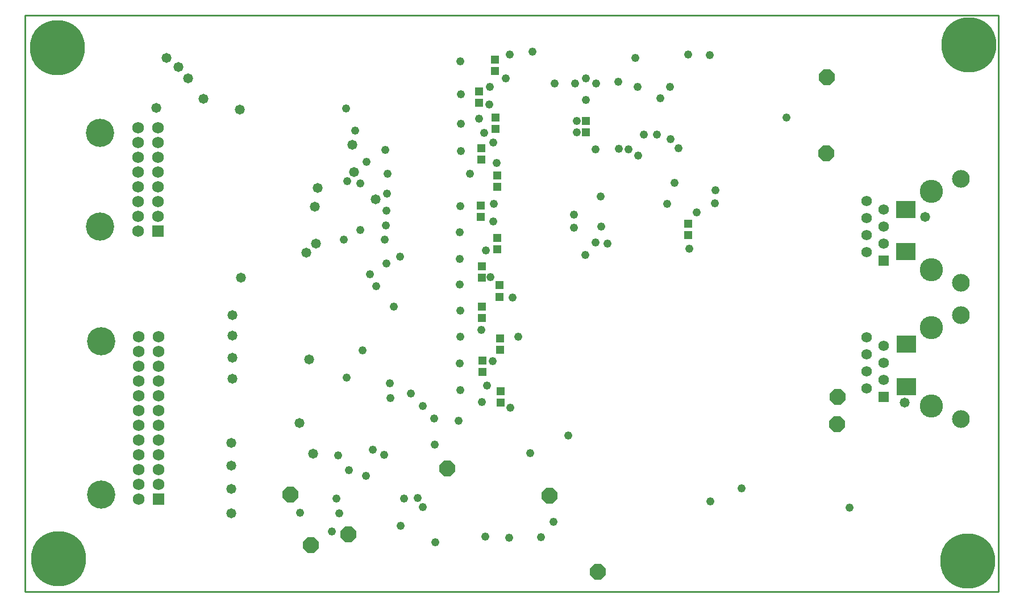
<source format=gbs>
G04 Layer_Color=16711935*
%FSLAX44Y44*%
%MOMM*%
G71*
G01*
G75*
%ADD42C,0.2540*%
%ADD78C,1.7272*%
%ADD113R,1.3033X1.2032*%
%ADD127R,3.0033X2.6033*%
%ADD132C,4.2032*%
%ADD133R,1.7272X1.7272*%
%ADD134P,2.4826X8X22.5*%
%ADD135R,1.5748X1.5748*%
%ADD136C,1.5748*%
%ADD137C,2.6416*%
%ADD138C,3.4544*%
%ADD139C,8.2032*%
%ADD140C,1.2095*%
%ADD141C,1.4732*%
D42*
X254000Y254000D02*
X1703837D01*
X1704088Y254251D01*
Y1113539D01*
X1704340Y1113790D01*
X254000D02*
X1704340D01*
X254000Y254000D02*
Y1113790D01*
D78*
X422910Y392060D02*
D03*
Y414060D02*
D03*
Y436060D02*
D03*
Y458060D02*
D03*
Y480060D02*
D03*
Y502060D02*
D03*
Y524060D02*
D03*
Y546060D02*
D03*
Y568060D02*
D03*
Y590060D02*
D03*
Y612060D02*
D03*
Y634060D02*
D03*
X452910D02*
D03*
Y612060D02*
D03*
Y590060D02*
D03*
Y568060D02*
D03*
Y546060D02*
D03*
Y524060D02*
D03*
Y502060D02*
D03*
Y480060D02*
D03*
Y458060D02*
D03*
Y436060D02*
D03*
Y414060D02*
D03*
X421760Y791530D02*
D03*
Y813530D02*
D03*
Y835530D02*
D03*
Y857530D02*
D03*
Y879530D02*
D03*
Y901530D02*
D03*
Y923530D02*
D03*
Y945530D02*
D03*
X451760D02*
D03*
Y923530D02*
D03*
Y901530D02*
D03*
Y879530D02*
D03*
Y857530D02*
D03*
Y835530D02*
D03*
Y813530D02*
D03*
D113*
X961898Y553075D02*
D03*
Y536077D02*
D03*
X935228Y581543D02*
D03*
Y598541D02*
D03*
X1241552Y786013D02*
D03*
Y803011D02*
D03*
X1088898Y956173D02*
D03*
Y939175D02*
D03*
X961644Y614563D02*
D03*
Y631561D02*
D03*
X934085Y662188D02*
D03*
Y679186D02*
D03*
X961009Y693811D02*
D03*
Y710809D02*
D03*
X934339Y722513D02*
D03*
Y739511D02*
D03*
X953516Y1030742D02*
D03*
Y1047740D02*
D03*
X956945Y764423D02*
D03*
Y781421D02*
D03*
X933069Y812683D02*
D03*
Y829681D02*
D03*
X957453Y857387D02*
D03*
Y874385D02*
D03*
X933323Y898281D02*
D03*
Y915279D02*
D03*
X954278Y943747D02*
D03*
Y960745D02*
D03*
X930402Y982990D02*
D03*
Y999988D02*
D03*
D127*
X1565910Y823981D02*
D03*
Y760979D02*
D03*
X1566418Y560065D02*
D03*
Y623067D02*
D03*
D132*
X366910Y399060D02*
D03*
Y627060D02*
D03*
X365760Y938530D02*
D03*
Y798530D02*
D03*
D133*
X452910Y392060D02*
D03*
X451760Y791530D02*
D03*
D134*
X735584Y339852D02*
D03*
X1107186Y283718D02*
D03*
X679450Y323342D02*
D03*
X648970Y398780D02*
D03*
X882904Y437896D02*
D03*
X1464564Y544068D02*
D03*
X1463802Y503428D02*
D03*
X1447546Y907542D02*
D03*
X1448562Y1021334D02*
D03*
X1035050Y396748D02*
D03*
D135*
X1532890Y544830D02*
D03*
Y748030D02*
D03*
D136*
X1507490Y557530D02*
D03*
X1532890Y570230D02*
D03*
X1507490Y582930D02*
D03*
X1532890Y595630D02*
D03*
X1507490Y608330D02*
D03*
X1532890Y621030D02*
D03*
X1507490Y633730D02*
D03*
Y760730D02*
D03*
X1532890Y773430D02*
D03*
X1507490Y786130D02*
D03*
X1532890Y798830D02*
D03*
X1507490Y811530D02*
D03*
X1532890Y824230D02*
D03*
X1507490Y836930D02*
D03*
D137*
X1648460Y666750D02*
D03*
Y511810D02*
D03*
Y869950D02*
D03*
Y715010D02*
D03*
D138*
X1604010Y647700D02*
D03*
Y530860D02*
D03*
Y850900D02*
D03*
Y734060D02*
D03*
D139*
X302260Y1065530D02*
D03*
X1659890Y1069340D02*
D03*
X1658620Y299720D02*
D03*
X303530Y303530D02*
D03*
D140*
X1221740Y863600D02*
D03*
X1321308Y408178D02*
D03*
X1275080Y388620D02*
D03*
X1481836Y378968D02*
D03*
X945134Y980694D02*
D03*
X929894Y959104D02*
D03*
X937768Y937768D02*
D03*
X950976Y923544D02*
D03*
X956564Y893318D02*
D03*
X952246Y832104D02*
D03*
X951484Y805688D02*
D03*
X940308Y763016D02*
D03*
X946912Y723138D02*
D03*
X979678Y692404D02*
D03*
X933450Y644398D02*
D03*
X988568Y633984D02*
D03*
X950722Y597916D02*
D03*
X1009904Y1059180D02*
D03*
X1006348Y460756D02*
D03*
X777240Y709422D02*
D03*
X792226Y743712D02*
D03*
X752856Y793750D02*
D03*
X762254Y895096D02*
D03*
X792988Y847344D02*
D03*
X792480Y821944D02*
D03*
X753110Y862838D02*
D03*
X789432Y779018D02*
D03*
X1089152Y987044D02*
D03*
X1088898Y1019810D02*
D03*
X663448Y371856D02*
D03*
X756666Y614172D02*
D03*
X812800Y753364D02*
D03*
X767334Y726948D02*
D03*
X728726Y779018D02*
D03*
X803148Y678688D02*
D03*
X1210056Y832104D02*
D03*
X1281938Y852678D02*
D03*
X1042416Y1011936D02*
D03*
X1073150D02*
D03*
X1104900Y1011428D02*
D03*
X1103884Y913384D02*
D03*
X1071499Y816610D02*
D03*
X1071245Y796671D02*
D03*
X812927Y352298D02*
D03*
X902208Y554990D02*
D03*
X901700Y594360D02*
D03*
X902208Y634492D02*
D03*
X901954Y673100D02*
D03*
X901700Y711708D02*
D03*
Y750570D02*
D03*
Y789686D02*
D03*
X902208Y829310D02*
D03*
X916432Y877316D02*
D03*
X902716Y911352D02*
D03*
X903224Y951992D02*
D03*
X902970Y995426D02*
D03*
X902208Y1044702D02*
D03*
X1137666Y1014222D02*
D03*
X1281684Y833374D02*
D03*
X1166114Y1006348D02*
D03*
X1022096Y335026D02*
D03*
X975106Y334518D02*
D03*
X939546Y335788D02*
D03*
X771906Y465836D02*
D03*
X722122Y370586D02*
D03*
X976376Y528574D02*
D03*
X864616Y327660D02*
D03*
X1388110Y960882D02*
D03*
X1242060Y1054862D02*
D03*
X1273810Y1054354D02*
D03*
X711200Y343662D02*
D03*
X1075436Y956310D02*
D03*
X1243584Y765048D02*
D03*
X1163320Y1050290D02*
D03*
X1176020Y935990D02*
D03*
X1227328Y915416D02*
D03*
X1063244Y486918D02*
D03*
X1040638Y358394D02*
D03*
X941832Y561340D02*
D03*
X818642Y393192D02*
D03*
X899922Y508762D02*
D03*
X863854Y472948D02*
D03*
X828294Y549656D02*
D03*
X732536Y573024D02*
D03*
X717550Y393192D02*
D03*
X1111504Y843026D02*
D03*
X1111758Y798068D02*
D03*
X1138428Y914400D02*
D03*
X1088136Y756412D02*
D03*
X797052Y565150D02*
D03*
X934720Y536956D02*
D03*
X1103376Y774446D02*
D03*
X846074Y530606D02*
D03*
X798322Y543052D02*
D03*
X1152398Y913638D02*
D03*
X846582Y380492D02*
D03*
X788924Y458470D02*
D03*
X1075436Y939038D02*
D03*
X1253998Y819404D02*
D03*
X790956Y800100D02*
D03*
X733552Y866140D02*
D03*
X975614Y1054862D02*
D03*
X969772Y1019810D02*
D03*
X946404Y1006856D02*
D03*
X732028Y974344D02*
D03*
X794004Y877570D02*
D03*
X745490Y941832D02*
D03*
X790448Y912876D02*
D03*
X838962Y393954D02*
D03*
X862838Y512572D02*
D03*
X1167130Y904494D02*
D03*
X1121156Y773176D02*
D03*
X1214882Y1006856D02*
D03*
X1215136Y929132D02*
D03*
X1195324Y935228D02*
D03*
X1200150Y989584D02*
D03*
X720090Y457200D02*
D03*
X762000Y426720D02*
D03*
X736600Y435610D02*
D03*
D141*
X574040Y972820D02*
D03*
X519430Y989330D02*
D03*
X449580Y975360D02*
D03*
X496570Y1019810D02*
D03*
X482600Y1036320D02*
D03*
X775970Y839470D02*
D03*
X744220Y880110D02*
D03*
X741680Y920750D02*
D03*
X464820Y1050290D02*
D03*
X689610Y855980D02*
D03*
X685800Y828040D02*
D03*
X687070Y773430D02*
D03*
X673100Y759460D02*
D03*
X676910Y600710D02*
D03*
X575310Y722630D02*
D03*
X562610Y666750D02*
D03*
Y571500D02*
D03*
Y603250D02*
D03*
Y636270D02*
D03*
X683260Y459740D02*
D03*
X561340Y476250D02*
D03*
Y370840D02*
D03*
Y407670D02*
D03*
Y441960D02*
D03*
X662940Y505460D02*
D03*
X1564640Y535940D02*
D03*
X1595120Y812800D02*
D03*
M02*

</source>
